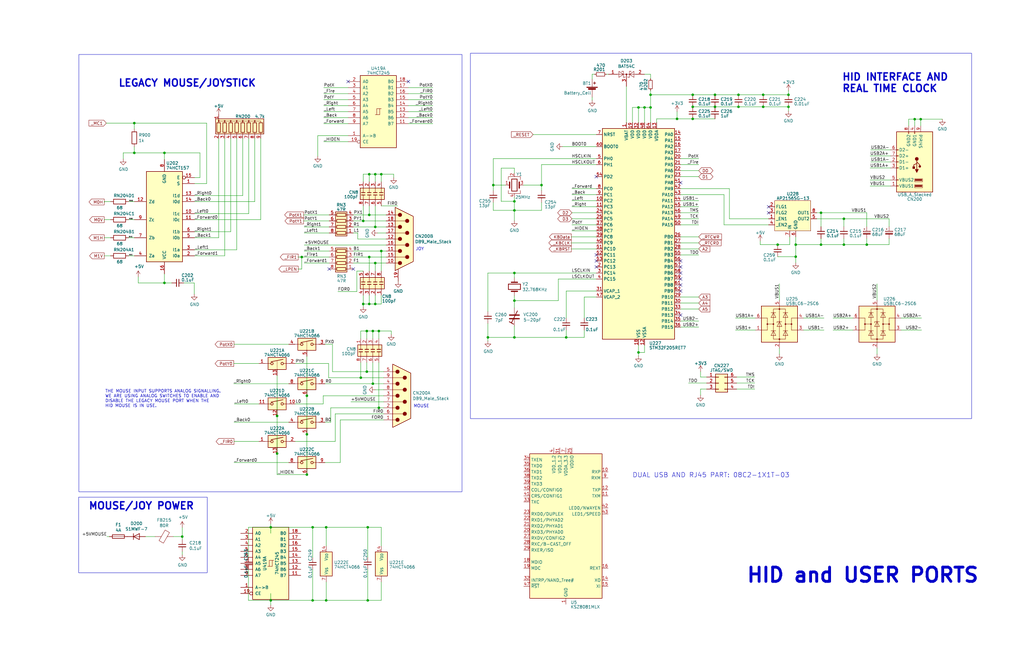
<source format=kicad_sch>
(kicad_sch (version 20230121) (generator eeschema)
  (paper "B")
  (title_block (title "AMIGA PCI") (date "2023-05-28") (rev "1"))
  (junction (at 127.254 108.458))
  (junction (at 292.1 50.165))
  (junction (at 157.226 139.7))
  (junction (at 153.162 93.218))
  (junction (at 114.173 253.365))
  (junction (at 269.24 148.717))
  (junction (at 346.202 89.789))
  (junction (at 216.916 142.367))
  (junction (at 137.541 253.365))
  (junction (at 216.916 88.773))
  (junction (at 158.242 73.533))
  (junction (at 56.642 64.516))
  (junction (at 152.146 159.385))
  (junction (at 208.026 78.105))
  (junction (at 355.854 103.251))
  (junction (at 160.782 105.918))
  (junction (at 69.342 119.38))
  (junction (at 311.404 40.005))
  (junction (at 69.342 64.516))
  (junction (at 155.702 90.678))
  (junction (at 154.686 156.845))
  (junction (at 365.506 103.251))
  (junction (at 155.702 73.533))
  (junction (at 155.702 128.27))
  (junction (at 332.486 40.005))
  (junction (at 154.686 139.7))
  (junction (at 160.782 73.533))
  (junction (at 292.1 45.085))
  (junction (at 56.642 51.943))
  (junction (at 216.916 126.873))
  (junction (at 137.541 222.504))
  (junction (at 285.496 50.165))
  (junction (at 321.818 45.085))
  (junction (at 157.226 161.925))
  (junction (at 129.413 167.005))
  (junction (at 76.835 226.441))
  (junction (at 114.173 222.504))
  (junction (at 385.699 50.292))
  (junction (at 131.826 253.365))
  (junction (at 274.32 40.005))
  (junction (at 311.404 45.085))
  (junction (at 129.413 200.279))
  (junction (at 388.239 50.292))
  (junction (at 238.76 142.367))
  (junction (at 335.534 108.331))
  (junction (at 274.32 45.339))
  (junction (at 159.766 172.085))
  (junction (at 159.766 139.7))
  (junction (at 129.413 183.261))
  (junction (at 155.067 222.504))
  (junction (at 131.826 222.504))
  (junction (at 271.78 45.339))
  (junction (at 116.84 191.389))
  (junction (at 327.914 103.251))
  (junction (at 292.1 40.005))
  (junction (at 301.498 45.085))
  (junction (at 228.346 78.105))
  (junction (at 155.067 253.365))
  (junction (at 332.486 45.085))
  (junction (at 216.916 84.963))
  (junction (at 335.534 103.251))
  (junction (at 269.24 45.339))
  (junction (at 301.498 40.005))
  (junction (at 158.242 110.998))
  (junction (at 205.74 142.367))
  (junction (at 158.242 95.758))
  (junction (at 155.702 108.458))
  (junction (at 116.84 175.514))
  (junction (at 158.242 128.27))
  (junction (at 153.162 128.27))
  (junction (at 321.818 40.005))
  (junction (at 346.202 103.251))
  (junction (at 216.916 115.189))
  (junction (at 355.854 92.329))
  (no_connect (at 251.46 112.649))
  (no_connect (at 138.811 113.538))
  (no_connect (at 251.46 107.569))
  (no_connect (at 148.971 113.538))
  (no_connect (at 324.104 87.249))
  (no_connect (at 251.46 74.549))
  (no_connect (at 287.02 112.649))
  (no_connect (at 287.02 77.089))
  (no_connect (at 146.812 34.417))
  (no_connect (at 287.02 115.189))
  (no_connect (at 172.212 34.417))
  (no_connect (at 324.104 89.789))
  (no_connect (at 287.02 110.109))
  (no_connect (at 287.02 117.729))
  (no_connect (at 287.02 132.969))
  (no_connect (at 251.46 110.109))
  (no_connect (at 287.02 120.269))
  (no_connect (at 287.02 122.809))
  (wire (pts (xy 205.74 142.367) (xy 216.916 142.367)))
  (wire (pts (xy 251.46 122.809) (xy 238.76 122.809)))
  (wire (pts (xy 220.726 78.105) (xy 228.346 78.105)))
  (wire (pts (xy 98.552 153.416) (xy 109.22 153.416)))
  (wire (pts (xy 241.173 84.709) (xy 251.46 84.709)))
  (wire (pts (xy 355.854 100.711) (xy 355.854 103.251)))
  (wire (pts (xy 238.76 139.319) (xy 238.76 142.367)))
  (wire (pts (xy 131.826 222.504) (xy 114.173 222.504)))
  (wire (pts (xy 94.742 58.42) (xy 94.742 107.95)))
  (wire (pts (xy 116.84 200.279) (xy 129.413 200.279)))
  (wire (pts (xy 154.686 139.7) (xy 157.226 139.7)))
  (wire (pts (xy 155.702 86.868) (xy 155.702 90.678)))
  (wire (pts (xy 98.679 195.199) (xy 121.793 195.199)))
  (wire (pts (xy 138.557 153.416) (xy 138.557 159.385)))
  (wire (pts (xy 208.026 66.929) (xy 251.46 66.929)))
  (wire (pts (xy 338.836 134.239) (xy 347.472 134.239)))
  (wire (pts (xy 182.499 39.497) (xy 172.212 39.497)))
  (wire (pts (xy 76.835 226.441) (xy 76.835 227.711)))
  (wire (pts (xy 287.02 105.029) (xy 294.64 105.029)))
  (wire (pts (xy 136.271 167.005) (xy 161.798 167.005)))
  (wire (pts (xy 375.539 70.866) (xy 366.903 70.866)))
  (wire (pts (xy 160.782 230.378) (xy 160.782 222.504)))
  (wire (pts (xy 140.208 156.845) (xy 140.208 145.288)))
  (wire (pts (xy 355.854 92.329) (xy 355.854 95.631)))
  (wire (pts (xy 114.173 250.444) (xy 114.173 253.365)))
  (wire (pts (xy 159.258 98.298) (xy 162.814 98.298)))
  (wire (pts (xy 351.282 139.319) (xy 359.664 139.319)))
  (wire (pts (xy 310.642 161.671) (xy 318.262 161.671)))
  (wire (pts (xy 153.162 128.27) (xy 155.702 128.27)))
  (wire (pts (xy 276.86 50.165) (xy 285.496 50.165)))
  (wire (pts (xy 158.242 164.465) (xy 161.798 164.465)))
  (wire (pts (xy 116.84 175.514) (xy 116.84 191.389)))
  (wire (pts (xy 152.146 139.7) (xy 154.686 139.7)))
  (wire (pts (xy 249.682 42.291) (xy 249.682 41.021)))
  (wire (pts (xy 374.904 100.711) (xy 374.904 103.251)))
  (wire (pts (xy 297.942 159.131) (xy 295.402 159.131)))
  (wire (pts (xy 205.74 142.367) (xy 205.74 143.891)))
  (wire (pts (xy 139.446 178.181) (xy 139.446 172.085)))
  (wire (pts (xy 158.242 73.533) (xy 158.242 76.708)))
  (wire (pts (xy 158.242 95.758) (xy 162.814 95.758)))
  (wire (pts (xy 114.173 222.504) (xy 114.173 225.044)))
  (wire (pts (xy 43.942 92.71) (xy 46.609 92.71)))
  (wire (pts (xy 128.016 90.678) (xy 138.811 90.678)))
  (wire (pts (xy 297.942 164.211) (xy 295.402 164.211)))
  (wire (pts (xy 97.282 97.79) (xy 97.282 58.42)))
  (wire (pts (xy 148.971 93.218) (xy 153.162 93.218)))
  (wire (pts (xy 155.702 124.587) (xy 155.702 128.27)))
  (wire (pts (xy 138.557 159.385) (xy 152.146 159.385)))
  (wire (pts (xy 82.042 107.95) (xy 94.742 107.95)))
  (wire (pts (xy 301.498 50.165) (xy 292.1 50.165)))
  (wire (pts (xy 237.236 61.849) (xy 251.46 61.849)))
  (wire (pts (xy 157.226 139.7) (xy 159.766 139.7)))
  (wire (pts (xy 321.818 40.005) (xy 332.486 40.005)))
  (wire (pts (xy 136.525 42.037) (xy 146.812 42.037)))
  (wire (pts (xy 208.026 88.773) (xy 216.916 88.773)))
  (wire (pts (xy 139.446 172.085) (xy 159.766 172.085)))
  (wire (pts (xy 150.876 98.298) (xy 150.876 100.838)))
  (wire (pts (xy 143.51 195.199) (xy 143.51 177.165)))
  (wire (pts (xy 153.162 93.218) (xy 162.814 93.218)))
  (wire (pts (xy 367.157 68.326) (xy 375.539 68.326)))
  (wire (pts (xy 137.541 222.504) (xy 137.541 230.378)))
  (wire (pts (xy 154.686 139.7) (xy 154.686 142.875)))
  (wire (pts (xy 388.239 50.292) (xy 397.383 50.292)))
  (wire (pts (xy 133.985 57.277) (xy 133.985 65.913)))
  (wire (pts (xy 216.916 142.367) (xy 238.76 142.367)))
  (wire (pts (xy 240.919 99.949) (xy 251.46 99.949)))
  (wire (pts (xy 182.499 52.197) (xy 172.212 52.197)))
  (wire (pts (xy 128.27 95.758) (xy 138.811 95.758)))
  (wire (pts (xy 385.699 50.292) (xy 383.159 50.292)))
  (wire (pts (xy 51.943 64.516) (xy 51.943 67.056)))
  (wire (pts (xy 73.025 226.441) (xy 76.835 226.441)))
  (wire (pts (xy 346.202 89.789) (xy 365.506 89.789)))
  (wire (pts (xy 310.642 159.131) (xy 318.262 159.131)))
  (wire (pts (xy 365.506 103.251) (xy 374.904 103.251)))
  (wire (pts (xy 136.525 44.577) (xy 146.812 44.577)))
  (wire (pts (xy 379.984 139.319) (xy 388.62 139.319)))
  (wire (pts (xy 205.74 115.189) (xy 216.916 115.189)))
  (wire (pts (xy 238.76 142.367) (xy 246.38 142.367)))
  (wire (pts (xy 287.02 102.489) (xy 294.64 102.489)))
  (wire (pts (xy 335.534 103.251) (xy 346.202 103.251)))
  (wire (pts (xy 143.51 177.165) (xy 161.798 177.165)))
  (wire (pts (xy 228.346 69.469) (xy 251.46 69.469)))
  (wire (pts (xy 102.362 58.42) (xy 102.362 82.55)))
  (wire (pts (xy 136.525 47.117) (xy 146.812 47.117)))
  (wire (pts (xy 208.026 85.471) (xy 208.026 88.773)))
  (wire (pts (xy 137.033 195.199) (xy 143.51 195.199)))
  (wire (pts (xy 366.903 78.486) (xy 375.539 78.486)))
  (wire (pts (xy 285.496 47.117) (xy 285.496 50.165)))
  (wire (pts (xy 287.02 72.009) (xy 294.64 72.009)))
  (wire (pts (xy 160.782 222.504) (xy 155.067 222.504)))
  (wire (pts (xy 116.84 158.496) (xy 116.84 175.514)))
  (wire (pts (xy 287.02 84.709) (xy 294.64 84.709)))
  (wire (pts (xy 216.916 117.221) (xy 216.916 115.189)))
  (wire (pts (xy 216.916 126.873) (xy 235.458 126.873)))
  (wire (pts (xy 216.916 84.963) (xy 216.916 88.773)))
  (wire (pts (xy 159.766 153.035) (xy 159.766 172.085)))
  (wire (pts (xy 165.989 73.533) (xy 165.989 74.93)))
  (wire (pts (xy 128.27 110.998) (xy 138.811 110.998)))
  (wire (pts (xy 269.24 45.339) (xy 271.78 45.339)))
  (wire (pts (xy 148.971 105.918) (xy 160.782 105.918)))
  (wire (pts (xy 43.942 107.95) (xy 46.609 107.95)))
  (wire (pts (xy 224.79 56.769) (xy 251.46 56.769)))
  (wire (pts (xy 155.067 240.284) (xy 155.067 253.365)))
  (wire (pts (xy 82.042 97.79) (xy 97.282 97.79)))
  (wire (pts (xy 287.02 107.569) (xy 294.64 107.569)))
  (wire (pts (xy 287.02 82.169) (xy 305.308 82.169)))
  (wire (pts (xy 92.202 58.42) (xy 92.202 100.33)))
  (wire (pts (xy 216.916 126.873) (xy 216.916 129.921)))
  (wire (pts (xy 81.915 119.38) (xy 77.47 119.38)))
  (wire (pts (xy 82.042 77.47) (xy 87.122 77.47)))
  (wire (pts (xy 131.826 253.365) (xy 137.541 253.365)))
  (wire (pts (xy 153.162 129.413) (xy 153.162 128.27)))
  (wire (pts (xy 82.042 92.71) (xy 109.982 92.71)))
  (wire (pts (xy 311.404 45.085) (xy 321.818 45.085)))
  (wire (pts (xy 129.413 150.368) (xy 129.413 167.005)))
  (wire (pts (xy 271.78 45.339) (xy 271.78 51.689)))
  (wire (pts (xy 124.46 186.309) (xy 141.351 186.309)))
  (wire (pts (xy 131.826 222.504) (xy 131.826 235.331)))
  (wire (pts (xy 365.506 89.789) (xy 365.506 95.631)))
  (wire (pts (xy 155.067 253.365) (xy 160.782 253.365)))
  (wire (pts (xy 241.173 94.869) (xy 251.46 94.869)))
  (wire (pts (xy 287.02 125.349) (xy 294.64 125.349)))
  (wire (pts (xy 301.498 40.005) (xy 311.404 40.005)))
  (wire (pts (xy 208.026 78.105) (xy 208.026 80.391)))
  (wire (pts (xy 216.916 84.963) (xy 216.916 83.185)))
  (wire (pts (xy 351.282 134.239) (xy 359.664 134.239)))
  (wire (pts (xy 365.506 100.711) (xy 365.506 103.251)))
  (wire (pts (xy 148.971 110.998) (xy 158.242 110.998)))
  (wire (pts (xy 98.679 145.288) (xy 121.793 145.288)))
  (wire (pts (xy 141.351 174.625) (xy 161.798 174.625)))
  (wire (pts (xy 160.782 128.27) (xy 158.242 128.27)))
  (wire (pts (xy 44.069 85.09) (xy 44.069 85.217)))
  (wire (pts (xy 150.876 100.838) (xy 162.814 100.838)))
  (wire (pts (xy 305.308 94.869) (xy 324.104 94.869)))
  (wire (pts (xy 287.02 130.429) (xy 294.64 130.429)))
  (wire (pts (xy 310.134 139.319) (xy 318.516 139.319)))
  (wire (pts (xy 385.699 50.292) (xy 385.699 53.086)))
  (wire (pts (xy 104.902 58.42) (xy 104.902 90.17)))
  (wire (pts (xy 69.342 67.31) (xy 69.342 64.516)))
  (wire (pts (xy 158.242 73.533) (xy 160.782 73.533)))
  (wire (pts (xy 332.486 38.227) (xy 332.486 40.005)))
  (wire (pts (xy 158.242 86.868) (xy 158.242 95.758)))
  (wire (pts (xy 104.775 222.504) (xy 114.173 222.504)))
  (wire (pts (xy 137.033 161.925) (xy 157.226 161.925)))
  (wire (pts (xy 82.042 85.09) (xy 107.442 85.09)))
  (wire (pts (xy 338.836 139.319) (xy 347.472 139.319)))
  (wire (pts (xy 43.942 100.33) (xy 46.609 100.33)))
  (wire (pts (xy 241.173 82.169) (xy 251.46 82.169)))
  (wire (pts (xy 155.067 222.504) (xy 137.541 222.504)))
  (wire (pts (xy 374.904 92.329) (xy 374.904 95.631)))
  (wire (pts (xy 383.159 53.086) (xy 383.159 50.292)))
  (wire (pts (xy 216.916 115.189) (xy 251.46 115.189)))
  (wire (pts (xy 208.026 78.105) (xy 213.106 78.105)))
  (wire (pts (xy 56.642 64.516) (xy 51.943 64.516)))
  (wire (pts (xy 355.854 92.329) (xy 374.904 92.329)))
  (wire (pts (xy 287.02 138.049) (xy 294.64 138.049)))
  (wire (pts (xy 152.146 159.385) (xy 161.798 159.385)))
  (wire (pts (xy 114.173 255.27) (xy 114.173 253.365)))
  (wire (pts (xy 287.02 66.929) (xy 294.64 66.929)))
  (wire (pts (xy 335.534 108.331) (xy 335.534 103.251)))
  (wire (pts (xy 137.541 222.504) (xy 131.826 222.504)))
  (wire (pts (xy 367.157 63.246) (xy 375.539 63.246)))
  (wire (pts (xy 287.02 127.889) (xy 294.64 127.889)))
  (wire (pts (xy 157.226 139.7) (xy 157.226 142.875)))
  (wire (pts (xy 140.208 145.288) (xy 137.033 145.288)))
  (wire (pts (xy 328.676 149.479) (xy 328.676 146.939)))
  (wire (pts (xy 157.226 161.925) (xy 161.798 161.925)))
  (wire (pts (xy 255.778 31.369) (xy 256.54 31.369)))
  (wire (pts (xy 150.495 114.427) (xy 150.495 123.063)))
  (wire (pts (xy 228.346 85.471) (xy 228.346 88.773)))
  (wire (pts (xy 158.242 110.998) (xy 162.814 110.998)))
  (wire (pts (xy 287.02 87.249) (xy 294.64 87.249)))
  (wire (pts (xy 310.134 134.239) (xy 318.516 134.239)))
  (wire (pts (xy 274.32 31.369) (xy 271.78 31.369)))
  (wire (pts (xy 216.916 88.773) (xy 216.916 93.091)))
  (wire (pts (xy 366.903 75.946) (xy 375.539 75.946)))
  (wire (pts (xy 131.826 240.411) (xy 131.826 253.365)))
  (wire (pts (xy 375.539 65.786) (xy 366.903 65.786)))
  (wire (pts (xy 137.541 245.618) (xy 137.541 253.365)))
  (wire (pts (xy 82.042 100.33) (xy 92.202 100.33)))
  (wire (pts (xy 249.682 31.369) (xy 249.682 33.401)))
  (wire (pts (xy 246.38 125.349) (xy 251.46 125.349)))
  (wire (pts (xy 269.24 45.339) (xy 269.24 51.689)))
  (wire (pts (xy 148.971 90.678) (xy 155.702 90.678)))
  (wire (pts (xy 271.78 148.717) (xy 271.78 145.669)))
  (wire (pts (xy 152.146 142.875) (xy 152.146 139.7)))
  (wire (pts (xy 98.552 161.925) (xy 121.793 161.925)))
  (wire (pts (xy 241.173 97.409) (xy 251.46 97.409)))
  (wire (pts (xy 44.069 85.09) (xy 46.609 85.09)))
  (wire (pts (xy 104.775 235.204) (xy 104.775 222.504)))
  (wire (pts (xy 301.498 45.085) (xy 311.404 45.085)))
  (wire (pts (xy 320.548 101.727) (xy 320.548 103.251)))
  (wire (pts (xy 160.782 253.365) (xy 160.782 245.618)))
  (wire (pts (xy 246.38 139.319) (xy 246.38 142.367)))
  (wire (pts (xy 158.242 110.998) (xy 158.242 114.427)))
  (wire (pts (xy 128.27 105.918) (xy 138.811 105.918)))
  (wire (pts (xy 335.534 99.949) (xy 335.534 103.251)))
  (wire (pts (xy 287.02 89.789) (xy 294.64 89.789)))
  (wire (pts (xy 155.067 222.504) (xy 155.067 235.204)))
  (wire (pts (xy 295.402 164.211) (xy 295.402 166.751)))
  (wire (pts (xy 146.812 57.277) (xy 133.985 57.277)))
  (wire (pts (xy 216.916 124.841) (xy 216.916 126.873)))
  (wire (pts (xy 216.916 137.541) (xy 216.916 142.367)))
  (wire (pts (xy 98.679 186.309) (xy 109.22 186.309)))
  (wire (pts (xy 307.594 79.629) (xy 307.594 92.329)))
  (wire (pts (xy 159.766 172.085) (xy 161.798 172.085)))
  (wire (pts (xy 136.525 39.497) (xy 146.812 39.497)))
  (wire (pts (xy 104.775 240.284) (xy 104.775 253.365)))
  (wire (pts (xy 155.702 73.533) (xy 158.242 73.533)))
  (wire (pts (xy 271.78 45.339) (xy 274.32 45.339)))
  (wire (pts (xy 346.202 100.711) (xy 346.202 103.251)))
  (wire (pts (xy 128.27 103.378) (xy 162.814 103.378)))
  (wire (pts (xy 159.766 139.7) (xy 159.766 142.875)))
  (wire (pts (xy 287.02 135.509) (xy 294.64 135.509)))
  (wire (pts (xy 107.442 85.09) (xy 107.442 58.42)))
  (wire (pts (xy 355.854 103.251) (xy 365.506 103.251)))
  (wire (pts (xy 155.702 73.533) (xy 155.702 76.708)))
  (wire (pts (xy 98.806 170.434) (xy 109.22 170.434)))
  (wire (pts (xy 54.229 92.71) (xy 56.642 92.71)))
  (wire (pts (xy 129.413 167.005) (xy 129.413 183.261)))
  (wire (pts (xy 159.766 139.7) (xy 164.973 139.7)))
  (wire (pts (xy 266.7 51.689) (xy 266.7 45.339)))
  (wire (pts (xy 182.499 42.037) (xy 172.212 42.037)))
  (wire (pts (xy 182.499 49.657) (xy 172.212 49.657)))
  (wire (pts (xy 127.254 108.458) (xy 127.254 113.538)))
  (wire (pts (xy 369.824 119.761) (xy 369.824 126.619)))
  (wire (pts (xy 235.458 126.873) (xy 235.458 117.729)))
  (wire (pts (xy 54.229 85.09) (xy 56.642 85.09)))
  (wire (pts (xy 104.775 253.365) (xy 114.173 253.365)))
  (wire (pts (xy 388.239 50.292) (xy 385.699 50.292)))
  (wire (pts (xy 46.101 226.441) (xy 45.085 226.441)))
  (wire (pts (xy 114.173 253.365) (xy 131.826 253.365)))
  (wire (pts (xy 136.525 59.817) (xy 146.812 59.817)))
  (wire (pts (xy 335.534 108.331) (xy 327.914 108.331)))
  (wire (pts (xy 320.548 103.251) (xy 327.914 103.251)))
  (wire (pts (xy 287.02 69.469) (xy 294.64 69.469)))
  (wire (pts (xy 269.24 150.241) (xy 269.24 148.717)))
  (wire (pts (xy 216.916 73.025) (xy 216.916 70.993)))
  (wire (pts (xy 241.173 87.249) (xy 251.46 87.249)))
  (wire (pts (xy 69.342 119.38) (xy 69.342 115.57)))
  (wire (pts (xy 216.916 70.993) (xy 211.328 70.993)))
  (wire (pts (xy 148.971 95.758) (xy 158.242 95.758)))
  (wire (pts (xy 321.818 45.085) (xy 332.486 45.085)))
  (wire (pts (xy 153.162 124.587) (xy 153.162 128.27)))
  (wire (pts (xy 124.46 170.434) (xy 136.271 170.434)))
  (wire (pts (xy 287.02 79.629) (xy 307.594 79.629)))
  (wire (pts (xy 129.413 183.261) (xy 129.413 200.279)))
  (wire (pts (xy 152.146 153.035) (xy 152.146 159.385)))
  (wire (pts (xy 155.702 128.27) (xy 158.242 128.27)))
  (wire (pts (xy 346.202 89.789) (xy 346.202 95.631)))
  (wire (pts (xy 211.328 70.993) (xy 211.328 84.963)))
  (wire (pts (xy 69.342 64.516) (xy 84.328 64.516)))
  (wire (pts (xy 241.173 79.629) (xy 251.46 79.629)))
  (wire (pts (xy 147.955 169.545) (xy 161.798 169.545)))
  (wire (pts (xy 182.499 44.577) (xy 172.212 44.577)))
  (wire (pts (xy 158.242 128.27) (xy 158.242 124.587)))
  (wire (pts (xy 124.46 153.416) (xy 138.557 153.416)))
  (wire (pts (xy 344.424 92.329) (xy 355.854 92.329)))
  (wire (pts (xy 99.822 58.42) (xy 99.822 105.41)))
  (wire (pts (xy 54.229 107.95) (xy 56.642 107.95)))
  (wire (pts (xy 182.499 36.957) (xy 172.212 36.957)))
  (wire (pts (xy 287.02 94.869) (xy 294.64 94.869)))
  (wire (pts (xy 160.782 105.918) (xy 160.782 114.427)))
  (wire (pts (xy 240.919 102.489) (xy 251.46 102.489)))
  (wire (pts (xy 136.525 49.657) (xy 146.812 49.657)))
  (wire (pts (xy 269.24 145.669) (xy 269.24 148.717)))
  (wire (pts (xy 160.782 124.587) (xy 160.782 128.27)))
  (wire (pts (xy 276.86 51.689) (xy 276.86 50.165)))
  (wire (pts (xy 205.74 131.445) (xy 205.74 115.189)))
  (wire (pts (xy 208.026 66.929) (xy 208.026 78.105)))
  (wire (pts (xy 211.328 84.963) (xy 216.916 84.963)))
  (wire (pts (xy 44.831 51.943) (xy 56.642 51.943)))
  (wire (pts (xy 327.914 103.251) (xy 332.994 103.251)))
  (wire (pts (xy 266.7 45.339) (xy 269.24 45.339)))
  (wire (pts (xy 82.042 90.17) (xy 104.902 90.17)))
  (wire (pts (xy 346.202 103.251) (xy 355.854 103.251)))
  (wire (pts (xy 153.162 73.533) (xy 155.702 73.533)))
  (wire (pts (xy 292.1 50.165) (xy 285.496 50.165)))
  (wire (pts (xy 274.32 40.005) (xy 292.1 40.005)))
  (wire (pts (xy 153.162 76.708) (xy 153.162 73.533)))
  (wire (pts (xy 84.328 74.93) (xy 84.328 64.516)))
  (wire (pts (xy 153.162 114.427) (xy 150.495 114.427)))
  (wire (pts (xy 157.226 153.035) (xy 157.226 161.925)))
  (wire (pts (xy 148.971 108.458) (xy 155.702 108.458)))
  (wire (pts (xy 72.39 119.38) (xy 69.342 119.38)))
  (wire (pts (xy 328.676 119.761) (xy 328.676 126.619)))
  (wire (pts (xy 125.73 108.458) (xy 127.254 108.458)))
  (wire (pts (xy 160.782 73.533) (xy 165.989 73.533)))
  (wire (pts (xy 142.494 123.063) (xy 150.495 123.063)))
  (wire (pts (xy 87.122 51.943) (xy 56.642 51.943)))
  (wire (pts (xy 137.541 253.365) (xy 155.067 253.365)))
  (wire (pts (xy 128.016 93.218) (xy 138.811 93.218)))
  (wire (pts (xy 148.971 98.298) (xy 150.876 98.298)))
  (wire (pts (xy 292.1 45.085) (xy 301.498 45.085)))
  (wire (pts (xy 287.02 92.329) (xy 294.64 92.329)))
  (wire (pts (xy 98.679 178.181) (xy 121.793 178.181)))
  (wire (pts (xy 155.702 108.458) (xy 155.702 114.427)))
  (wire (pts (xy 228.346 78.105) (xy 228.346 69.469)))
  (wire (pts (xy 87.122 77.47) (xy 87.122 51.943)))
  (wire (pts (xy 140.208 156.845) (xy 154.686 156.845)))
  (wire (pts (xy 154.686 156.845) (xy 161.798 156.845)))
  (wire (pts (xy 246.38 134.239) (xy 246.38 125.349)))
  (wire (pts (xy 136.525 52.197) (xy 146.812 52.197)))
  (wire (pts (xy 264.16 36.449) (xy 264.16 51.689)))
  (wire (pts (xy 137.033 178.181) (xy 139.446 178.181)))
  (wire (pts (xy 311.404 40.005) (xy 321.818 40.005)))
  (wire (pts (xy 136.525 36.957) (xy 146.812 36.957)))
  (wire (pts (xy 379.984 134.239) (xy 388.62 134.239)))
  (wire (pts (xy 274.32 40.005) (xy 274.32 45.339)))
  (wire (pts (xy 154.686 153.035) (xy 154.686 156.845)))
  (wire (pts (xy 155.702 90.678) (xy 162.814 90.678)))
  (wire (pts (xy 82.042 105.41) (xy 99.822 105.41)))
  (wire (pts (xy 295.402 156.845) (xy 295.402 159.131)))
  (wire (pts (xy 109.982 92.71) (xy 109.982 58.42)))
  (wire (pts (xy 141.351 186.309) (xy 141.351 174.625)))
  (wire (pts (xy 43.942 85.217) (xy 44.069 85.217)))
  (wire (pts (xy 332.486 46.863) (xy 332.486 45.085)))
  (wire (pts (xy 205.74 136.525) (xy 205.74 142.367)))
  (wire (pts (xy 160.782 105.918) (xy 162.814 105.918)))
  (wire (pts (xy 164.973 139.7) (xy 164.973 141.097)))
  (wire (pts (xy 287.02 74.549) (xy 294.64 74.549)))
  (wire (pts (xy 56.642 61.976) (xy 56.642 64.516)))
  (wire (pts (xy 56.642 54.356) (xy 56.642 51.943)))
  (wire (pts (xy 84.328 74.93) (xy 82.042 74.93)))
  (wire (pts (xy 269.24 148.717) (xy 271.78 148.717)))
  (wire (pts (xy 274.32 38.227) (xy 274.32 40.005)))
  (wire (pts (xy 241.173 92.329) (xy 251.46 92.329)))
  (wire (pts (xy 332.994 99.949) (xy 332.994 103.251)))
  (wire (pts (xy 160.782 73.533) (xy 160.782 76.708)))
  (wire (pts (xy 127.254 108.458) (xy 138.811 108.458)))
  (wire (pts (xy 235.458 117.729) (xy 251.46 117.729)))
  (wire (pts (xy 274.32 33.147) (xy 274.32 31.369)))
  (wire (pts (xy 160.782 86.868) (xy 167.64 86.868)))
  (wire (pts (xy 61.341 226.441) (xy 65.405 226.441)))
  (wire (pts (xy 307.594 92.329) (xy 324.104 92.329)))
  (wire (pts (xy 388.239 50.292) (xy 388.239 53.086)))
  (wire (pts (xy 76.835 232.791) (xy 76.835 234.061)))
  (wire (pts (xy 155.702 108.458) (xy 162.814 108.458)))
  (wire (pts (xy 369.824 149.479) (xy 369.824 146.939)))
  (wire (pts (xy 335.534 110.871) (xy 335.534 108.331)))
  (wire (pts (xy 128.27 98.298) (xy 138.811 98.298)))
  (wire (pts (xy 58.293 116.84) (xy 58.293 119.38)))
  (wire (pts (xy 240.919 105.029) (xy 251.46 105.029)))
  (wire (pts (xy 76.835 226.441) (xy 76.835 222.631)))
  (wire (pts (xy 287.02 99.949) (xy 294.64 99.949)))
  (wire (pts (xy 58.293 119.38) (xy 69.342 119.38)))
  (wire (pts (xy 250.698 31.369) (xy 249.682 31.369)))
  (wire (pts (xy 81.915 124.079) (xy 81.915 119.38)))
  (wire (pts (xy 344.424 89.789) (xy 346.202 89.789)))
  (wire (pts (xy 114.173 221.107) (xy 114.173 222.504)))
  (wire (pts (xy 54.229 100.33) (xy 56.642 100.33)))
  (wire (pts (xy 305.308 82.169) (xy 305.308 94.869)))
  (wire (pts (xy 292.1 40.005) (xy 301.498 40.005)))
  (wire (pts (xy 297.942 161.671) (xy 290.322 161.671)))
  (wire (pts (xy 182.499 47.117) (xy 172.212 47.117)))
  (wire (pts (xy 167.894 118.745) (xy 167.894 118.618)))
  (wire (pts (xy 241.173 89.789) (xy 251.46 89.789)))
  (wire (pts (xy 310.642 164.211) (xy 318.262 164.211)))
  (wire (pts (xy 238.76 122.809) (xy 238.76 134.239)))
  (wire (pts (xy 116.84 191.389) (xy 116.84 200.279)))
  (wire (pts (xy 56.642 64.516) (xy 69.342 64.516)))
  (wire (pts (xy 127.254 113.538) (xy 125.73 113.538)))
  (wire (pts (xy 274.32 45.339) (xy 274.32 51.689)))
  (wire (pts (xy 228.346 78.105) (xy 228.346 80.391)))
  (wire (pts (xy 136.271 170.434) (xy 136.271 167.005)))
  (wire (pts (xy 153.162 86.868) (xy 153.162 93.218)))
  (wire (pts (xy 82.042 82.55) (xy 102.362 82.55)))
  (wire (pts (xy 228.346 88.773) (xy 216.916 88.773)))
  (rectangle (start 33.274 22.987) (end 194.818 207.518))
  (rectangle (start 198.374 22.479) (end 409.702 176.657))
  (rectangle (start 33.147 209.804) (end 87.376 241.681))
  (text "THE MOUSE INPUT SUPPORTS ANALOG SIGNALLING.\nWE ARE USING ANALOG SWITCHES TO ENABLE AND\nDISABLE THE LEGACY MOUSE PORT WHEN THE\nHID MOUSE IS IN USE." (at 44.323 172.085 0) (effects (font (size 1.27 1.27)) (justify left bottom)))
  (text "HID and USER PORTS" (at 314.452 246.38 0) (effects (font (size 6 6) (thickness 1.2) bold) (justify left bottom)))
  (text "LEGACY MOUSE/JOYSTICK" (at 49.784 36.957 0) (effects (font (size 3 3) (thickness 0.6) bold) (justify left bottom)))
  (text "MOUSE/JOY POWER" (at 37.211 215.392 0) (effects (font (size 3 3) (thickness 0.6) bold) (justify left bottom)))
  (text "DUAL USB AND RJ45 PART: 08C2-1X1T-03" (at 266.7 201.803 0) (effects (font (size 2 2)) (justify left bottom)))
  (text "HID INTERFACE AND\nREAL TIME CLOCK" (at 354.965 39.243 0) (effects (font (size 3 3) (thickness 0.6) bold) (justify left bottom)))
  (text "MOUSE" (at 174.371 172.212 0) (effects (font (size 1.27 1.27)) (justify left bottom)))
  (text "JOY" (at 175.26 105.918 0) (effects (font (size 1.27 1.27)) (justify left bottom)))
  (label "USB1A-" (at 367.157 68.326 0))
  (label "L0" (at 124.587 170.434 0))
  (label "USB2-" (at 294.64 135.509 180))
  (label "LSCLKIN" (at 241.046 115.189 0))
  (label "PotX1" (at 128.27 90.678 0))
  (label "PY1" (at 148.971 93.218 0))
  (label "USB1+" (at 294.64 87.249 180))
  (label "TMS" (at 294.64 89.789 180))
  (label "PX0" (at 137.033 145.288 0))
  (label "PotY" (at 136.525 42.037 0))
  (label "USB1A+" (at 366.903 70.866 0))
  (label "USB1A-" (at 347.472 134.239 180))
  (label "_HIDEN" (at 136.525 59.817 0))
  (label "PotX" (at 136.525 36.957 0))
  (label "_Forward0" (at 182.499 52.197 180))
  (label "HSCLKOUT" (at 241.046 69.469 0))
  (label "TDI" (at 294.64 94.869 180))
  (label "TMS" (at 318.262 159.131 180))
  (label "MV1" (at 54.356 107.95 0) (effects (font (size 0.5 0.5))))
  (label "PotX0" (at 182.499 36.957 180))
  (label "MH1" (at 54.229 100.33 0) (effects (font (size 0.5 0.5))))
  (label "USB2+" (at 351.282 139.319 0))
  (label "USB2A+" (at 366.903 65.786 0))
  (label "USB2A+" (at 351.282 134.239 0))
  (label "USB1+" (at 310.134 139.319 0))
  (label "TDO" (at 290.322 161.671 0))
  (label "_Left0" (at 82.042 90.17 0))
  (label "F1" (at 148.971 110.998 0))
  (label "_Right0" (at 98.552 161.925 0))
  (label "_Back1" (at 82.169 100.33 0))
  (label "VBUS2" (at 369.824 119.761 270))
  (label "_Back0" (at 98.679 178.181 0))
  (label "_Back1" (at 128.27 105.918 0))
  (label "TDI" (at 318.262 164.211 180))
  (label "FIR0" (at 167.64 86.868 180))
  (label "USB2A-" (at 388.62 134.239 180))
  (label "MH0" (at 54.356 85.09 0) (effects (font (size 0.5 0.5))))
  (label "_Back0" (at 82.042 85.09 0))
  (label "_Right" (at 241.173 87.249 0))
  (label "_Left1" (at 128.27 98.298 0))
  (label "PotY1" (at 128.27 93.218 0))
  (label "_Back0" (at 182.499 49.657 180))
  (label "TCK" (at 294.64 92.329 180))
  (label "_Right0" (at 182.499 44.577 180))
  (label "+5VMOUSE" (at 147.955 169.545 0))
  (label "FOR0" (at 161.671 177.165 180))
  (label "+5VMOUSE" (at 128.27 103.378 0))
  (label "_Left" (at 136.525 47.117 0))
  (label "PotY0" (at 182.499 42.037 180))
  (label "R1" (at 148.971 95.758 0))
  (label "R0" (at 137.16 161.925 0))
  (label "MV0" (at 54.356 92.71 0) (effects (font (size 0.5 0.5))))
  (label "_Fire" (at 294.64 69.469 180))
  (label "USB2-" (at 388.62 139.319 180))
  (label "USB1-" (at 347.472 139.319 180))
  (label "_Right1" (at 128.27 95.758 0))
  (label "PotY" (at 241.173 94.869 0))
  (label "_Forward" (at 241.173 79.629 0))
  (label "_Forward1" (at 82.169 107.95 0))
  (label "USB1-" (at 294.64 84.709 180))
  (label "PY0" (at 124.587 153.416 0))
  (label "_Right0" (at 82.042 82.55 0))
  (label "TCK" (at 318.262 161.671 180))
  (label "_Left" (at 241.173 84.709 0))
  (label "LSCLKOUT" (at 241.046 117.729 0))
  (label "BOOT0" (at 241.046 61.849 0))
  (label "VBUS1" (at 328.676 119.761 270))
  (label "B1" (at 148.971 105.918 0))
  (label "VBUS2" (at 374.904 92.329 180))
  (label "VBUS1" (at 365.379 89.789 180))
  (label "_Forward0" (at 82.042 92.71 0))
  (label "_Left0" (at 98.806 170.434 0))
  (label "_Back" (at 136.525 49.657 0))
  (label "_HIDEN" (at 117.094 200.279 0))
  (label "_Right" (at 136.525 44.577 0))
  (label "_Forward1" (at 128.27 110.998 0))
  (label "VBUS2" (at 366.903 75.946 0))
  (label "_Fire1" (at 128.27 108.458 0))
  (label "_Right1" (at 82.042 97.79 0))
  (label "_HIDEN" (at 241.173 97.409 0))
  (label "VBUS1" (at 366.903 78.486 0))
  (label "_Forward0" (at 98.679 195.199 0))
  (label "FOR0" (at 142.494 123.063 0))
  (label "_Left0" (at 182.499 47.117 180))
  (label "_Forward" (at 136.525 52.197 0))
  (label "_Fire" (at 136.525 39.497 0))
  (label "HSCLKIN" (at 241.046 66.929 0))
  (label "B0" (at 137.033 178.181 0))
  (label "PX1" (at 149.098 90.678 0))
  (label "USB2+" (at 294.64 138.049 180))
  (label "_Back" (at 241.173 82.169 0))
  (label "L1" (at 149.098 98.298 0))
  (label "_Left1" (at 82.169 105.41 0))
  (label "PotX" (at 294.64 66.929 180))
  (label "USB2A-" (at 367.157 63.246 0))
  (label "TDO" (at 294.64 107.569 180))
  (label "FIR1" (at 148.971 108.458 0))
  (label "+5VMOUSE" (at 45.085 226.441 180))
  (label "USB1A+" (at 310.134 134.239 0))
  (label "_FIR0" (at 182.499 39.497 180))
  (label "FIR0" (at 161.671 174.625 180))
  (global_label "_RTCRD" (shape input) (at 294.64 102.489 0) (property "Intersheetrefs" "${INTERSHEET_REFS}" (at 304.561 102.489 0) (effects (justify left))))
  (global_label "_LPEN" (shape output) (at 125.73 113.538 180) (property "Intersheetrefs" "${INTERSHEET_REFS}" (at 117.079 113.538 0) (effects (justify right))))
  (global_label "D1" (shape bidirectional) (at 294.64 74.549 0) (property "Intersheetrefs" "${INTERSHEET_REFS}" (at 301.1366 74.549 0) (effects (justify left))))
  (global_label "M1V" (shape output) (at 43.942 107.95 180) (property "Intersheetrefs" "${INTERSHEET_REFS}" (at 37.2867 107.95 0) (effects (justify right))))
  (global_label "D2" (shape bidirectional) (at 241.173 89.789 180) (property "Intersheetrefs" "${INTERSHEET_REFS}" (at 234.6764 89.789 0) (effects (justify right))))
  (global_label "_KBCLK" (shape output) (at 240.919 102.489 180) (property "Intersheetrefs" "${INTERSHEET_REFS}" (at 230.9375 102.489 0) (effects (justify right))))
  (global_label "_FIR1" (shape output) (at 125.73 108.458 180) (property "Intersheetrefs" "${INTERSHEET_REFS}" (at 117.6837 108.458 0) (effects (justify right))))
  (global_label "PotX0" (shape output) (at 98.679 145.288 180) (property "Intersheetrefs" "${INTERSHEET_REFS}" (at 90.2095 145.288 0) (effects (justify right))))
  (global_label "PotX1" (shape output) (at 128.016 90.678 180) (property "Intersheetrefs" "${INTERSHEET_REFS}" (at 119.5465 90.678 0) (effects (justify right))))
  (global_label "_MC1" (shape input) (at 44.831 51.943 180) (property "Intersheetrefs" "${INTERSHEET_REFS}" (at 37.0267 51.943 0) (effects (justify right))))
  (global_label "D3" (shape bidirectional) (at 241.173 92.329 180) (property "Intersheetrefs" "${INTERSHEET_REFS}" (at 234.6764 92.329 0) (effects (justify right))))
  (global_label "A3" (shape input) (at 294.64 125.349 0) (property "Intersheetrefs" "${INTERSHEET_REFS}" (at 299.8439 125.349 0) (effects (justify left))))
  (global_label "_RTCWR" (shape input) (at 294.64 99.949 0) (property "Intersheetrefs" "${INTERSHEET_REFS}" (at 304.7424 99.949 0) (effects (justify left))))
  (global_label "_RESET" (shape input) (at 224.79 56.769 180) (property "Intersheetrefs" "${INTERSHEET_REFS}" (at 215.1715 56.769 0) (effects (justify right))))
  (global_label "_FIR0" (shape output) (at 98.679 186.309 180) (property "Intersheetrefs" "${INTERSHEET_REFS}" (at 90.6327 186.309 0) (effects (justify right))))
  (global_label "_KBRST" (shape output) (at 240.919 105.029 180) (property "Intersheetrefs" "${INTERSHEET_REFS}" (at 231.0585 105.029 0) (effects (justify right))))
  (global_label "PotY0" (shape output) (at 98.552 153.416 180) (property "Intersheetrefs" "${INTERSHEET_REFS}" (at 90.2034 153.416 0) (effects (justify right))))
  (global_label "M0H" (shape output) (at 43.942 85.217 180) (property "Intersheetrefs" "${INTERSHEET_REFS}" (at 37.0448 85.217 0) (effects (justify right))))
  (global_label "A2" (shape input) (at 294.64 105.029 0) (property "Intersheetrefs" "${INTERSHEET_REFS}" (at 299.8439 105.029 0) (effects (justify left))))
  (global_label "M0V" (shape output) (at 43.942 92.71 180) (property "Intersheetrefs" "${INTERSHEET_REFS}" (at 37.2867 92.71 0) (effects (justify right))))
  (global_label "A5" (shape input) (at 294.64 130.429 0) (property "Intersheetrefs" "${INTERSHEET_REFS}" (at 299.8439 130.429 0) (effects (justify left))))
  (global_label "M1H" (shape output) (at 43.942 100.33 180) (property "Intersheetrefs" "${INTERSHEET_REFS}" (at 37.0448 100.33 0) (effects (justify right))))
  (global_label "PotY1" (shape output) (at 128.016 93.218 180) (property "Intersheetrefs" "${INTERSHEET_REFS}" (at 119.6674 93.218 0) (effects (justify right))))
  (global_label "A4" (shape input) (at 294.64 127.889 0) (property "Intersheetrefs" "${INTERSHEET_REFS}" (at 299.8439 127.889 0) (effects (justify left))))
  (global_label "D0" (shape bidirectional) (at 294.64 72.009 0) (property "Intersheetrefs" "${INTERSHEET_REFS}" (at 301.1366 72.009 0) (effects (justify left))))
  (global_label "KBData" (shape output) (at 240.919 99.949 180) (property "Intersheetrefs" "${INTERSHEET_REFS}" (at 231.1795 99.949 0) (effects (justify right))))
  (symbol (lib_id "Device:C_Small") (at 327.914 105.791 0) (unit 1)
    (property "Reference" "C259" (at 321.818 107.68 0) (effects (justify left)))
    (property "Value" "0.1uF" (at 321.818 109.601 0) (effects (justify left)))
    (property "Footprint" "Capacitor_SMD:C_0603_1608Metric" (effects hide))
  )
  (symbol (lib_id "Device:C_Polarized_Small") (at 365.506 98.171 0) (unit 1)
    (property "Reference" "C216" (at 367.665 96.9812 0) (effects (justify left)))
    (property "Value" "68uF" (at 367.665 98.9022 0) (effects (justify left)))
    (property "Footprint" "Capacitor_THT:CP_Radial_D5.0mm_P2.00mm" (effects hide))
  )
  (symbol (lib_id "power:+5V") (at 76.835 222.631 0) (unit 1)
    (property "Reference" "#PWR089" (effects hide))
    (property "Value" "+5V" (at 77.216 218.2368 0))
    (instances (project "AmigaPCI Mainboard" (path "" (reference "#PWR089") (unit 1)) (path "" (reference "#PWR0280") (unit 1))) (project "2000ATX" (path "" (reference "#PWR0273") (unit 1))))
  )
  (symbol (lib_name "GND_3") (lib_id "power:GND") (at 216.916 93.091 0) (unit 1)
    (property "Reference" "#PWR0251" (effects hide))
    (property "Value" "GND" (at 216.916 97.2265 0))
  )
  (symbol (lib_id "N2630:74LVC245") (at 114.173 237.744 0) (unit 1)
    (property "Reference" "U419" (at 111.633 240.919 90) (effects (justify left)))
    (property "Value" "74HCT245" (at 116.84 242.57 90) (effects (justify left)))
    (property "Footprint" "Package_SO:TSSOP-20_4.4x6.5mm_P0.65mm" (effects hide))
    (property "Datasheet" "http://www.ti.com/lit/gpn/sn74LS245" (effects hide))
    (instances (project "AmigaPCI Mainboard" (path "" (reference "U419") (unit 1)) (path "" (reference "U419") (unit 1)) (path "" (reference "U223") (unit 2))))
  )
  (symbol (lib_id "power:+3V3") (at 285.496 47.117 0) (unit 1)
    (property "Reference" "#PWR0255" (effects hide))
    (property "Value" "+3V3" (at 285.496 43.6151 0))
  )
  (symbol (lib_id "power:+5V") (at 92.202 48.26 0) (unit 1)
    (property "Reference" "#PWR068" (effects hide))
    (property "Value" "+5V" (at 92.202 44.7581 0))
  )
  (symbol (lib_id "Diode:BAT54C") (at 264.16 31.369 0) (unit 1)
    (property "Reference" "D203" (at 264.16 25.654 0))
    (property "Value" "BAT54C" (at 264.16 27.9654 0))
    (property "Footprint" "Package_TO_SOT_SMD:SOT-23" (effects hide))
    (property "Datasheet" "http://www.diodes.com/_files/datasheets/ds11005.pdf" (effects hide))
    (property "Part Number" "BAT54C" (effects hide))
  )
  (symbol (lib_id "74xx:74LS157") (at 69.342 92.71 180) (unit 1)
    (property "Reference" "U202" (at 72.644 68.834 0))
    (property "Value" "74HCT157" (at 74.93 70.866 0))
    (property "Footprint" "Package_SO:TSSOP-16_4.4x5mm_P0.65mm" (effects hide))
    (property "Datasheet" "http://www.ti.com/lit/gpn/sn74LS157" (effects hide))
    (instances (project "AmigaPCI Mainboard" (path "" (reference "U202") (unit 1)) (path "" (reference "U224") (unit 1))) (project "2000ATX" (path "" (reference "U202") (unit 1))))
  )
  (symbol (lib_id "Device:R") (at 50.419 107.95 270) (unit 1)
    (property "Reference" "RN204A1" (at 47.879 105.41 90) (effects (justify left)))
    (property "Value" "68" (at 49.149 110.49 90) (effects (justify left)))
    (property "Footprint" "Resistor_SMD:R_0603_1608Metric" (effects hide))
    (instances (project "AmigaPCI Mainboard" (path "" (reference "RN204A1") (unit 1)) (path "" (reference "R207") (unit 1))) (project "2000ATX" (path "" (reference "RN204A1") (unit 1))))
  )
  (symbol (lib_id "Device:R_Network08") (at 102.362 53.34 0) (unit 1)
    (property "Reference" "RN200" (at 99.187 49.149 0) (effects (justify left)))
    (property "Value" "4.7k" (at 107.442 49.149 0) (effects (justify left)))
    (property "Footprint" "Resistor_THT:R_Array_SIP9" (effects hide))
    (property "Datasheet" "http://www.vishay.com/docs/31509/csc.pdf" (effects hide))
    (instances (project "AmigaPCI Mainboard" (path "" (reference "RN200") (unit 1)) (path "" (reference "RN213") (unit 1))) (project "2000ATX" (path "" (reference "RN200") (unit 1))))
  )
  (symbol (lib_name "GND_2") (lib_id "power:GND") (at 269.24 150.241 0) (unit 1)
    (property "Reference" "#PWR0254" (effects hide))
    (property "Value" "GND" (at 269.24 154.3765 0))
  )
  (symbol (lib_id "power:GND") (at 205.74 143.891 0) (unit 1)
    (property "Reference" "#PWR0197" (effects hide))
    (property "Value" "GND" (at 205.867 148.2852 0))
  )
  (symbol (lib_id "Device:C_Small") (at 104.775 237.744 0) (unit 1)
    (property "Reference" "C253" (at 103.759 236.728 90) (effects (justify left)))
    (property "Value" "0.1uF" (at 103.759 243.967 90) (effects (justify left)))
    (property "Footprint" "Capacitor_SMD:C_0603_1608Metric" (effects hide))
  )
  (symbol (lib_id "Device:R_Pack04") (at 143.891 108.458 90) (unit 1)
    (property "Reference" "RN3" (at 144.018 116.586 90))
    (property "Value" "47R" (at 144.018 118.507 90))
    (property "Footprint" "Resistor_SMD:R_Array_Convex_4x1206" (effects hide))
    (property "Part Number" "CAY16-470J4LF" (effects hide))
    (instances (project "AmigaPCI Mainboard" (path "" (reference "RN3") (unit 1)) (path "" (reference "RN220") (unit 1))))
  )
  (symbol (lib_id "Device:C_Small") (at 321.818 42.545 0) (unit 1)
    (property "Reference" "C221" (at 324.1421 41.9076 0) (effects (justify left)))
    (property "Value" "0.1uF" (at 324.1421 43.8286 0) (effects (justify left)))
    (property "Footprint" "Capacitor_SMD:C_0603_1608Metric" (effects hide))
  )
  (symbol (lib_name "GND_4") (lib_id "power:GND") (at 114.173 255.27 0) (unit 1)
    (property "Reference" "#PWR067" (effects hide))
    (property "Value" "GND" (at 114.173 259.4055 0))
  )
  (symbol (lib_id "Analog_Switch:CD4066BE") (at 116.84 186.309 0) (unit 1)
    (property "Reference" "U222" (at 116.84 180.7591 0))
    (property "Value" "74HCT4066" (at 116.84 182.6801 0))
    (property "Footprint" "Package_SO:TSSOP-14_4.4x5mm_P0.65mm" (effects hide))
    (property "Datasheet" "https://www.ti.com/lit/ds/symlink/cd4066b.pdf" (effects hide))
  )
  (symbol (lib_id "Device:C_Polarized_Small") (at 374.904 98.171 0) (unit 1)
    (property "Reference" "C217" (at 377.063 96.9812 0) (effects (justify left)))
    (property "Value" "68uF" (at 377.063 98.9022 0) (effects (justify left)))
    (property "Footprint" "Capacitor_THT:CP_Radial_D5.0mm_P2.00mm" (effects hide))
  )
  (symbol (lib_id "Device:C_Small") (at 292.1 47.625 0) (unit 1)
    (property "Reference" "C225" (at 294.4241 46.9876 0) (effects (justify left)))
    (property "Value" "0.1uF" (at 294.4241 48.9086 0) (effects (justify left)))
    (property "Footprint" "Capacitor_SMD:C_0603_1608Metric" (effects hide))
  )
  (symbol (lib_id "Analog_Switch:CD4066BE") (at 129.413 195.199 0) (unit 3)
    (property "Reference" "U222" (at 129.413 189.6491 0))
    (property "Value" "74HCT4066" (at 129.413 191.5701 0))
    (property "Footprint" "Package_SO:TSSOP-14_4.4x5mm_P0.65mm" (effects hide))
    (property "Datasheet" "https://www.ti.com/lit/ds/symlink/cd4066b.pdf" (effects hide))
  )
  (symbol (lib_id "Device:Fuse") (at 49.911 226.441 270) (unit 1)
    (property "Reference" "F1" (at 49.911 221.4372 90))
    (property "Value" "4A" (at 49.911 223.7486 90))
    (property "Footprint" "Fuse:Fuse_1206_3216Metric" (effects hide))
  )
  (symbol (lib_id "Analog_Switch:CD4066BE") (at 137.541 237.998 0) (unit 5)
    (property "Reference" "U222" (at 140.843 237.3543 0) (effects (justify left)))
    (property "Value" "74HCT4066" (at 140.843 239.2753 0) (effects (justify left)))
    (property "Footprint" "Package_SO:TSSOP-14_4.4x5mm_P0.65mm" (effects hide))
    (property "Datasheet" "https://www.ti.com/lit/ds/symlink/cd4066b.pdf" (effects hide))
  )
  (symbol (lib_id "2000ATX-rescue:CTRIM-Device") (at 216.916 133.731 180) (unit 1)
    (property "Reference" "VC200" (at 226.822 132.715 0) (effects (justify left)))
    (property "Value" "5-20pF" (at 228.346 135.001 0) (effects (justify left)))
    (property "Footprint" "AmigaPCI:TrimmerCap" (effects hide))
    (property "Datasheet" "https://media.digikey.com/pdf/Data%20Sheets/EW%20Electronics-Edmar/GKGxx015_016_Series_DS.pdf" (effects hide))
    (property "Part Number" "GKG20015" (effects hide))
  )
  (symbol (lib_id "Analog_Switch:CD4066BE") (at 129.413 145.288 0) (unit 2)
    (property "Reference" "U221" (at 129.413 139.7381 0))
    (property "Value" "74HCT4066" (at 129.413 141.6591 0))
    (property "Footprint" "Package_SO:TSSOP-14_4.4x5mm_P0.65mm" (effects hide))
    (property "Datasheet" "https://www.ti.com/lit/ds/symlink/cd4066b.pdf" (effects hide))
  )
  (symbol (lib_id "Device:C_Small") (at 76.835 230.251 0) (unit 1)
    (property "Reference" "C218" (at 79.756 229.0826 0) (effects (justify left)))
    (property "Value" "0.1uF" (at 79.756 231.394 0) (effects (justify left)))
    (property "Footprint" "Capacitor_SMD:C_0603_1608Metric" (effects hide))
    (instances (project "AmigaPCI Mainboard" (path "" (reference "C218") (unit 1)) (path "" (reference "C258") (unit 1))) (project "2000ATX" (path "" (reference "C218") (unit 1))))
  )
  (symbol (lib_id "Device:R_Small") (at 253.238 31.369 90) (unit 1)
    (property "Reference" "R201" (at 255.27 29.337 90) (effects (justify left)))
    (property "Value" "470" (at 255.27 27.559 90) (effects (justify left)))
    (property "Footprint" "Resistor_SMD:R_0603_1608Metric" (effects hide))
  )
  (symbol (lib_id "Device:R") (at 50.419 92.71 270) (unit 1)
    (property "Reference" "RN204C1" (at 47.879 90.17 90) (effects (justify left)))
    (property "Value" "68" (at 49.149 95.25 90) (effects (justify left)))
    (property "Footprint" "Resistor_SMD:R_0603_1608Metric" (effects hide))
    (instances (project "AmigaPCI Mainboard" (path "" (reference "RN204C1") (unit 1)) (path "" (reference "R205") (unit 1))) (project "2000ATX" (path "" (reference "RN204C1") (unit 1))))
  )
  (symbol (lib_id "Device:C_Small") (at 205.74 133.985 0) (unit 1)
    (property "Reference" "C260" (at 208.661 132.8166 0) (effects (justify left)))
    (property "Value" "7pF" (at 208.661 135.128 0) (effects (justify left)))
    (property "Footprint" "Capacitor_SMD:C_0603_1608Metric" (effects hide))
  )
  (symbol (lib_name "GND_2") (lib_id "power:GND") (at 335.534 110.871 0) (unit 1)
    (property "Reference" "#PWR0262" (effects hide))
    (property "Value" "GND" (at 335.534 115.0065 0))
  )
  (symbol (lib_id "power:+3V3") (at 332.486 38.227 0) (unit 1)
    (property "Reference" "#PWR0260" (effects hide))
    (property "Value" "+3V3" (at 332.486 34.7251 0))
  )
  (symbol (lib_name "GND_2") (lib_id "power:GND") (at 369.824 149.479 0) (unit 1)
    (property "Reference" "#PWR0263" (effects hide))
    (property "Value" "GND" (at 369.824 153.6145 0))
  )
  (symbol (lib_id "power:GND") (at 51.943 67.056 0) (unit 1)
    (property "Reference" "#PWR067" (effects hide))
    (property "Value" "GND" (at 52.07 71.4502 0))
    (instances (project "AmigaPCI Mainboard" (path "" (reference "#PWR067") (unit 1)) (path "" (reference "#PWR0266") (unit 1))) (project "2000ATX" (path "" (reference "#PWR0275") (unit 1))))
  )
  (symbol (lib_id "power:GND") (at 81.915 124.079 0) (unit 1)
    (property "Reference" "#PWR071" (effects hide))
    (property "Value" "GND" (at 82.042 128.4732 0))
    (instances (project "AmigaPCI Mainboard" (path "" (reference "#PWR071") (unit 1)) (path "" (reference "#PWR0269") (unit 1))) (project "2000ATX" (path "" (reference "#PWR0268") (unit 1))))
  )
  (symbol (lib_id "Device:C_Small") (at 346.202 98.171 0) (unit 1)
    (property "Reference" "C214" (at 348.5261 97.5336 0) (effects (justify left)))
    (property "Value" "0.1uF" (at 348.5261 99.4546 0) (effects (justify left)))
    (property "Footprint" "Capacitor_SMD:C_0603_1608Metric" (effects hide))
  )
  (symbol (lib_name "GND_2") (lib_id "power:GND") (at 332.486 46.863 0) (unit 1)
    (property "Reference" "#PWR0261" (effects hide))
    (property "Value" "GND" (at 332.486 50.9985 0))
  )
  (symbol (lib_id "Device:C_Small") (at 238.76 136.779 0) (unit 1)
    (property "Reference" "C222" (at 233.426 134.747 0) (effects (justify left)))
    (property "Value" "0.1uF" (at 233.172 139.065 0) (effects (justify left)))
    (property "Footprint" "Capacitor_SMD:C_0603_1608Metric" (effects hide))
  )
  (symbol (lib_id "Device:R") (at 50.419 100.33 270) (unit 1)
    (property "Reference" "RN204B1" (at 47.879 97.79 90) (effects (justify left)))
    (property "Value" "68" (at 49.149 102.87 90) (effects (justify left)))
    (property "Footprint" "Resistor_SMD:R_0603_1608Metric" (effects hide))
    (instances (project "AmigaPCI Mainboard" (path "" (reference "RN204B1") (unit 1)) (path "" (reference "R206") (unit 1))) (project "2000ATX" (path "" (reference "RN204B1") (unit 1))))
  )
  (symbol (lib_id "power:+5V") (at 58.293 116.84 0) (unit 1)
    (property "Reference" "#PWR068" (effects hide))
    (property "Value" "+5V" (at 58.674 112.4458 0))
    (instances (project "AmigaPCI Mainboard" (path "" (reference "#PWR068") (unit 1)) (path "" (reference "#PWR0267") (unit 1))) (project "2000ATX" (path "" (reference "#PWR0269") (unit 1))))
  )
  (symbol (lib_id "Device:C_Small") (at 228.346 82.931 0) (unit 1)
    (property "Reference" "C254" (at 229.616 85.328 0) (effects (justify left)))
    (property "Value" "13pF" (at 229.616 87.249 0) (effects (justify left)))
    (property "Footprint" "Capacitor_SMD:C_0603_1608Metric" (effects hide))
  )
  (symbol (lib_name "+5V_1") (lib_id "power:+5V") (at 320.548 101.727 0) (unit 1)
    (property "Reference" "#PWR0258" (effects hide))
    (property "Value" "+5V" (at 320.548 98.2251 0))
  )
  (symbol (lib_id "AmigaPCI-Symbols:AP2156SG-13") (at 334.264 91.059 0) (unit 1)
    (property "Reference" "U228" (at 334.264 81.8261 0))
    (property "Value" "AP2156SG-13" (at 334.391 83.693 0))
    (property "Footprint" "Package_SO:SOIC-8_3.9x4.9mm_P1.27mm" (effects hide))
    (property "Part Number" "AP2156SG-13" (effects hide))
  )
  (symbol (lib_id "Analog_Switch:CD4066BE") (at 160.782 237.998 0) (unit 5)
    (property "Reference" "U221" (at 164.084 237.3543 0) (effects (justify left)))
    (property "Value" "74HCT4066" (at 164.084 239.2753 0) (effects (justify left)))
    (property "Footprint" "Package_SO:TSSOP-14_4.4x5mm_P0.65mm" (effects hide))
    (property "Datasheet" "https://www.ti.com/lit/ds/symlink/cd4066b.pdf" (effects hide))
  )
  (symbol (lib_id "Device:C_Small") (at 332.486 42.545 0) (unit 1)
    (property "Reference" "C224" (at 334.8101 41.9076 0) (effects (justify left)))
    (property "Value" "0.01uF" (at 334.8101 43.8286 0) (effects (justify left)))
    (property "Footprint" "Capacitor_SMD:C_0603_1608Metric" (effects hide))
  )
  (symbol (lib_name "GND_5") (lib_id "power:GND") (at 164.973 141.097 0) (unit 1)
    (property "Reference" "#PWR0307" (effects hide))
    (property "Value" "GND" (at 164.973 145.2325 0))
  )
  (symbol (lib_id "Interface_Ethernet:KSZ8081MLX") (at 238.633 221.996 0) (unit 1) (in_bom no) (on_board no)
    (property "Reference" "U5" (at 240.5889 254.1985 0) (effects (justify left)))
    (property "Value" "KSZ8081MLX" (at 240.5889 256.1195 0) (effects (justify left)))
    (property "Footprint" "Package_QFP:LQFP-48_7x7mm_P0.5mm" (effects hide))
    (property "Datasheet" "http://ww1.microchip.com/downloads/en/DeviceDoc/KSZ8081MLX.pdf" (effects hide))
  )
  (symbol (lib_id "MCU_ST_STM32F2:STM32F205RETx") (at 269.24 99.949 0) (unit 1)
    (property "Reference" "U227" (at 273.7359 144.8515 0) (effects (justify left)))
    (property "Value" "STM32F205RET7" (at 273.7359 146.7725 0) (effects (justify left)))
    (property "Footprint" "Package_QFP:LQFP-64_10x10mm_P0.5mm" (effects hide))
    (property "Datasheet" "https://www.st.com/resource/en/datasheet/stm32f205re.pdf" (effects hide))
  )
  (symbol (lib_id "Device:Crystal") (at 216.916 121.031 270) (unit 1)
    (property "Reference" "Y2" (at 220.2434 119.8626 90) (effects (justify left)))
    (property "Value" "32.768KHz" (at 220.2434 122.174 90) (effects (justify left)))
    (property "Footprint" "Crystal:Crystal_SMD_3215-2Pin_3.2x1.5mm" (effects hide))
    (property "Part Number" "FC-135 32.7680KA-AG0" (effects hide))
  )
  (symbol (lib_name "GND_6") (lib_id "power:GND") (at 167.894 118.745 0) (unit 1)
    (property "Reference" "#PWR097" (effects hide))
    (property "Value" "GND" (at 167.894 122.8805 0))
  )
  (symbol (lib_id "Device:C_Small") (at 208.026 82.931 0) (unit 1)
    (property "Reference" "C255" (at 201.93 84.82 0) (effects (justify left)))
    (property "Value" "13pF" (at 201.93 86.741 0) (effects (justify left)))
    (property "Footprint" "Capacitor_SMD:C_0603_1608Metric" (effects hide))
  )
  (symbol (lib_id "AmigaPCI-Symbols:C_Pack04") (at 157.226 81.788 0) (mirror x) (unit 1)
    (property "Reference" "CN8" (at 151.1301 81.1443 0) (effects (justify right)))
    (property "Value" "100pF" (at 151.1301 83.0653 0) (effects (justify right)))
    (property "Footprint" "AmigaPCI:C_ARRAY_0612x4 (1632)" (effects hide))
    (instances (project "AmigaPCI Mainboard" (path "" (reference "CN8") (unit 1)) (path "" (reference "CA208") (unit 1))))
  )
  (symbol (lib_id "Device:C_Small") (at 311.404 42.545 0) (unit 1)
    (property "Reference" "C220" (at 313.7281 41.9076 0) (effects (justify left)))
    (property "Value" "0.1uF" (at 313.7281 43.8286 0) (effects (justify left)))
    (property "Footprint" "Capacitor_SMD:C_0603_1608Metric" (effects hide))
  )
  (symbol (lib_id "Device:C_Small") (at 131.826 237.871 0) (unit 1)
    (property "Reference" "C249" (at 130.81 236.855 90) (effects (justify left)))
    (property "Value" "0.1uF" (at 130.81 244.094 90) (effects (justify left)))
    (property "Footprint" "Capacitor_SMD:C_0603_1608Metric" (effects hide))
  )
  (symbol (lib_id "Connector:USB_A_Stacked") (at 385.699 68.326 180) (unit 1)
    (property "Reference" "CN200" (at 385.699 84.0359 0))
    (property "Value" "USB_A_Stacked" (at 385.699 82.1149 0))
    (property "Footprint" "Connector_USB:USB_A_Wuerth_61400826021_Horizontal_Stacked" (effects hide))
    (property "Datasheet" " ~" (effects hide))
  )
  (symbol (lib_id "N2630:74LVC245") (at 159.512 47.117 0) (unit 1)
    (property "Reference" "U419" (at 159.512 28.8671 0))
    (property "Value" "74HCT245" (at 159.512 30.7881 0))
    (property "Footprint" "Package_SO:TSSOP-20_4.4x6.5mm_P0.65mm" (effects hide))
    (property "Datasheet" "http://www.ti.com/lit/gpn/sn74LS245" (effects hide))
    (instances (project "AmigaPCI Mainboard" (path "" (reference "U419") (unit 1)) (path "" (reference "U419") (unit 1)) (path "" (reference "U223") (unit 1))))
  )
  (symbol (lib_id "Diode:1N4001") (at 57.531 226.441 0) (unit 1)
    (property "Reference" "D200" (at 57.531 220.9292 0))
    (property "Value" "S1MWF-7" (at 57.531 223.2406 0))
    (property "Footprint" "Diode_SMD:D_SOD-123F" (effects hide))
    (instances (project "AmigaPCI Mainboard" (path "" (reference "D200") (unit 1)) (path "" (reference "D202") (unit 1))) (project "2000ATX" (path "" (reference "D200") (unit 1))))
  )
  (symbol (lib_id "power:GND") (at 153.162 129.413 0) (unit 1)
    (property "Reference" "#PWR075" (effects hide))
    (property "Value" "GND" (at 153.162 133.731 0))
    (instances (project "AmigaPCI Mainboard" (path "" (reference "#PWR075") (unit 1)) (path "" (reference "#PWR0120") (unit 1))) (project "2000ATX" (path "" (reference "#PWR0259") (unit 1))))
  )
  (symbol (lib_name "GND_2") (lib_id "power:GND") (at 328.676 149.479 0) (unit 1)
    (property "Reference" "#PWR0259" (effects hide))
    (property "Value" "GND" (at 328.676 153.6145 0))
  )
  (symbol (lib_id "Amiga-Library:DB9_Male_Stack") (at 169.418 167.005 0) (unit 1)
    (property "Reference" "CN200" (at 173.99 165.8366 0) (effects (justify left)))
    (property "Value" "DB9_Male_Stack" (at 173.99 168.148 0) (effects (justify left)))
    (property "Footprint" "AmigaPCI:DSUB-9_Male_Stack" (effects hide))
    (property "Datasheet" " ~" (effects hide))
    (instances (project "AmigaPCI Mainboard" (path "" (reference "CN200") (unit 1)) (path "" (reference "CN202") (unit 1))) (project "2000ATX" (path "" (reference "CN200") (unit 1))))
  )
  (symbol (lib_name "GND_2") (lib_id "power:GND") (at 295.402 166.751 0) (unit 1)
    (property "Reference" "#PWR0257" (effects hide))
    (property "Value" "GND" (at 295.402 170.8865 0))
  )
  (symbol (lib_id "power:GND") (at 159.258 98.298 270) (unit 1)
    (property "Reference" "#PWR075" (effects hide))
    (property "Value" "GND" (at 154.8638 98.425 0))
    (instances (project "AmigaPCI Mainboard" (path "" (reference "#PWR075") (unit 1)) (path "" (reference "#PWR0273") (unit 1))) (project "2000ATX" (path "" (reference "#PWR0259") (unit 1))))
  )
  (symbol (lib_id "Analog_Switch:CD4066BE") (at 116.84 153.416 0) (unit 1)
    (property "Reference" "U221" (at 116.84 147.8661 0))
    (property "Value" "74HCT4066" (at 116.84 149.7871 0))
    (property "Footprint" "Package_SO:TSSOP-14_4.4x5mm_P0.65mm" (effects hide))
    (property "Datasheet" "https://www.ti.com/lit/ds/symlink/cd4066b.pdf" (effects hide))
  )
  (symbol (lib_id "Analog_Switch:CD4066BE") (at 129.413 178.181 0) (unit 2)
    (property "Reference" "U222" (at 129.413 172.6311 0))
    (property "Value" "74HCT4066" (at 129.413 174.5521 0))
    (property "Footprint" "Package_SO:TSSOP-14_4.4x5mm_P0.65mm" (effects hide))
    (property "Datasheet" "https://www.ti.com/lit/ds/symlink/cd4066b.pdf" (effects hide))
  )
  (symbol (lib_id "power:+3V3") (at 295.402 156.845 0) (unit 1)
    (property "Reference" "#PWR0256" (effects hide))
    (property "Value" "+3V3" (at 295.402 153.3431 0))
  )
  (symbol (lib_id "Device:C_Small") (at 74.93 119.38 270) (unit 1)
    (property "Reference" "C202" (at 76.454 116.205 90) (effects (justify left)))
    (property "Value" "0.1uF" (at 76.454 118.11 90) (effects (justify left)))
    (property "Footprint" "Capacitor_SMD:C_0603_1608Metric" (effects hide))
    (instances (project "AmigaPCI Mainboard" (path "" (reference "C202") (unit 1)) (path "" (reference "C261") (unit 1))) (project "2000ATX" (path "" (reference "C202") (unit 1))))
  )
  (symbol (lib_id "AmigaPCI-Symbols:C_Pack04") (at 156.718 119.507 0) (mirror y) (unit 1)
    (property "Reference" "CN8" (at 161.036 125.079 0) (effects (justify right)))
    (property "Value" "100pF" (at 161.036 127 0) (effects (justify right)))
    (property "Footprint" "AmigaPCI:C_ARRAY_0612x4 (1632)" (effects hide))
    (instances (project "AmigaPCI Mainboard" (path "" (reference "CN8") (unit 1)) (path "" (reference "CA209") (unit 1))))
  )
  (symbol (lib_id "Device:C_Small") (at 292.1 42.545 0) (unit 1)
    (property "Reference" "C218" (at 294.4241 41.9076 0) (effects (justify left)))
    (property "Value" "0.1uF" (at 294.4241 43.8286 0) (effects (justify left)))
    (property "Footprint" "Capacitor_SMD:C_0603_1608Metric" (effects hide))
  )
  (symbol (lib_id "Device:C_Small") (at 301.498 47.625 0) (unit 1)
    (property "Reference" "C226" (at 303.8221 46.9876 0) (effects (justify left)))
    (property "Value" "1uF" (at 303.8221 48.9086 0) (effects (justify left)))
    (property "Footprint" "Capacitor_SMD:C_0603_1608Metric" (effects hide))
  )
  (symbol (lib_id "Device:R_Pack04") (at 143.891 93.218 90) (unit 1)
    (property "Reference" "RN3" (at 143.891 86.487 90))
    (property "Value" "47R" (at 143.891 88.408 90))
    (property "Footprint" "Resistor_SMD:R_Array_Convex_4x1206" (effects hide))
    (property "Part Number" "CAY16-470J4LF" (effects hide))
    (instances (project "AmigaPCI Mainboard" (path "" (reference "RN3") (unit 1)) (path "" (reference "RN219") (unit 1))))
  )
  (symbol (lib_id "Device:C_Small") (at 301.498 42.545 0) (unit 1)
    (property "Reference" "C219" (at 303.8221 41.9076 0) (effects (justify left)))
    (property "Value" "0.1uF" (at 303.8221 43.8286 0) (effects (justify left)))
    (property "Footprint" "Capacitor_SMD:C_0603_1608Metric" (effects hide))
  )
  (symbol (lib_id "power:GND") (at 158.242 164.465 270) (unit 1)
    (property "Reference" "#PWR075" (effects hide))
    (property "Value" "GND" (at 153.8478 164.592 0))
    (instances (project "AmigaPCI Mainboard" (path "" (reference "#PWR075") (unit 1)) (path "" (reference "#PWR0306") (unit 1))) (project "2000ATX" (path "" (reference "#PWR0259") (unit 1))))
  )
  (symbol (lib_id "AmigaPCI-Symbols:DB9_Male_Stack") (at 170.434 100.838 0) (unit 2)
    (property "Reference" "CN200" (at 175.006 99.6696 0) (effects (justify left)))
    (property "Value" "DB9_Male_Stack" (at 175.006 101.981 0) (effects (justify left)))
    (property "Footprint" "AmigaPCI:DSUB-9_Male_Stack" (effects hide))
    (property "Datasheet" " ~" (effects hide))
    (instances (project "AmigaPCI Mainboard" (path "" (reference "CN200") (unit 2)) (path "" (reference "CN202") (unit 2))) (project "2000ATX" (path "" (reference "CN200") (unit 2))))
  )
  (symbol (lib_id "Power_Protection:USBLC6-2SC6") (at 369.824 136.779 0) (unit 1)
    (property "Reference" "U226" (at 372.4657 126.1491 0) (effects (justify left)))
    (property "Value" "USBLC6-2SC6" (at 372.4657 128.0701 0) (effects (justify left)))
    (property "Footprint" "Package_TO_SOT_SMD:SOT-23-6" (effects hide))
    (property "Datasheet" "https://www.st.com/resource/en/datasheet/usblc6-2.pdf" (effects hide))
  )
  (symbol (lib_id "Device:Battery_Cell") (at 249.682 38.481 0) (unit 1)
    (property "Reference" "BT1" (at 245.618 35.179 0) (effects (justify left)))
    (property "Value" "Battery_Cell" (at 237.744 39.243 0) (effects (justify left)))
    (property "Footprint" "Battery:BatteryHolder_Keystone_103_1x20mm" (effects hide))
  )
  (symbol (lib_id "power:GND") (at 76.835 234.061 0) (unit 1)
    (property "Reference" "#PWR090" (effects hide))
    (property "Value" "GND" (at 76.962 238.4552 0))
    (instances (project "AmigaPCI Mainboard" (path "" (reference "#PWR090") (unit 1)) (path "" (reference "#PWR0281") (unit 1))) (project "2000ATX" (path "" (reference "#PWR0272") (unit 1))))
  )
  (symbol (lib_id "Analog_Switch:CD4066BE") (at 116.84 170.434 0) (unit 4)
    (property "Reference" "U221" (at 116.84 164.8841 0))
    (property "Value" "74HCT4066" (at 116.84 166.8051 0))
    (property "Footprint" "Package_SO:TSSOP-14_4.4x5mm_P0.65mm" (effects hide))
    (property "Datasheet" "https://www.ti.com/lit/ds/symlink/cd4066b.pdf" (effects hide))
  )
  (symbol (lib_id "Device:R_Small") (at 274.32 35.687 180) (unit 1)
    (property "Reference" "R202" (at 272.288 33.147 90) (effects (justify left)))
    (property "Value" "470" (at 270.51 34.417 90) (effects (justify left)))
    (property "Footprint" "Resistor_SMD:R_0603_1608Metric" (effects hide))
  )
  (symbol (lib_id "Device:C_Small") (at 155.067 237.744 0) (unit 1)
    (property "Reference" "C250" (at 154.051 236.728 90) (effects (justify left)))
    (property "Value" "0.1uF" (at 154.051 243.967 90) (effects (justify left)))
    (property "Footprint" "Capacitor_SMD:C_0603_1608Metric" (effects hide))
  )
  (symbol (lib_id "Power_Protection:USBLC6-2SC6") (at 328.676 136.779 0) (unit 1)
    (property "Reference" "U225" (at 331.3177 126.1491 0) (effects (justify left)))
    (property "Value" "USBLC6-2SC6" (at 331.3177 128.0701 0) (effects (justify left)))
    (property "Footprint" "Package_TO_SOT_SMD:SOT-23-6" (effects hide))
    (property "Datasheet" "https://www.st.com/resource/en/datasheet/usblc6-2.pdf" (effects hide))
  )
  (symbol (lib_id "Device:C_Small") (at 355.854 98.171 0) (unit 1)
    (property "Reference" "C215" (at 358.1781 97.5336 0) (effects (justify left)))
    (property "Value" "0.1uF" (at 358.1781 99.4546 0) (effects (justify left)))
    (property "Footprint" "Capacitor_SMD:C_0603_1608Metric" (effects hide))
  )
  (symbol (lib_id "power:GND") (at 249.682 42.291 0) (unit 1)
    (property "Reference" "#PWR0253" (effects hide))
    (property "Value" "GND" (at 249.809 46.6852 0))
  )
  (symbol (lib_id "Device:R") (at 56.642 58.166 0) (unit 1)
    (property "Reference" "R900" (at 58.42 56.9976 0) (effects (justify left)))
    (property "Value" "1k" (at 58.42 59.309 0) (effects (justify left)))
    (property "Footprint" "Resistor_SMD:R_0603_1608Metric" (effects hide))
    (instances (project "AmigaPCI Mainboard" (path "" (reference "R900") (unit 1)) (path "" (reference "R203") (unit 1))) (project "2000ATX" (path "" (reference "R900") (unit 1))))
  )
  (symbol (lib_id "Device:R") (at 50.419 85.09 270) (unit 1)
    (property "Reference" "RN204D1" (at 47.879 82.55 90) (effects (justify left)))
    (property "Value" "68" (at 49.149 87.63 90) (effects (justify left)))
    (property "Footprint" "Resistor_SMD:R_0603_1608Metric" (effects hide))
    (instances (project "AmigaPCI Mainboard" (path "" (reference "RN204D1") (unit 1)) (path "" (reference "R204") (unit 1))) (project "2000ATX" (path "" (reference "RN204D1") (unit 1))))
  )
  (symbol (lib_id "Analog_Switch:CD4066BE") (at 129.413 161.925 0) (unit 3)
    (property "Reference" "U221" (at 129.413 156.3751 0))
    (property "Value" "74HCT4066" (at 129.413 158.2961 0))
    (property "Footprint" "Package_SO:TSSOP-14_4.4x5mm_P0.65mm" (effects hide))
    (property "Datasheet" "https://www.ti.com/lit/ds/symlink/cd4066b.pdf" (effects hide))
  )
  (symbol (lib_id "power:+5V") (at 114.173 221.107 0) (unit 1)
    (property "Reference" "#PWR070" (effects hide))
    (property "Value" "+5V" (at 114.173 217.6051 0))
  )
  (symbol (lib_id "Device:Crystal_GND24") (at 216.916 78.105 0) (unit 1)
    (property "Reference" "Y1" (at 218.948 73.533 0))
    (property "Value" "25MHz" (at 220.472 83.185 0))
    (property "Footprint" "Crystal:Crystal_SMD_5032-4Pin_5.0x3.2mm" (effects hide))
    (property "Part Number" "ECS-250-18-30B-AKM-TR" (effects hide))
  )
  (symbol (lib_id "Connector_Generic:Conn_02x03_Counter_Clockwise") (at 303.022 161.671 0) (unit 1)
    (property "Reference" "CN227" (at 304.292 154.305 0))
    (property "Value" "JTAG/SWD" (at 304.292 156.226 0))
    (property "Footprint" "Connector_PinHeader_2.54mm:PinHeader_2x03_P2.54mm_Vertical" (effects hide))
  )
  (symbol (lib_id "power:GND") (at 237.236 61.849 270) (unit 1)
    (property "Reference" "#PWR0252" (effects hide))
    (property "Value" "GND" (at 232.8418 61.976 0))
  )
  (symbol (lib_id "AmigaPCI-Symbols:C_Pack04") (at 156.21 147.955 0) (mirror x) (unit 1)
    (property "Reference" "CN8" (at 150.1141 147.3113 0) (effects (justify right)))
    (property "Value" "100pF" (at 150.1141 149.2323 0) (effects (justify right)))
    (property "Footprint" "AmigaPCI:C_ARRAY_0612x4 (1632)" (effects hide))
    (instances (project "AmigaPCI Mainboard" (path "" (reference "CN8") (unit 1)) (path "" (reference "CA207") (unit 1))))
  )
  (symbol (lib_name "GND_4") (lib_id "power:GND") (at 133.985 65.913 0) (unit 1)
    (property "Reference" "#PWR066" (effects hide))
    (property "Value" "GND" (at 133.985 70.0485 0))
  )
  (symbol (lib_id "Device:C_Small") (at 246.38 136.779 0) (unit 1)
    (property "Reference" "C223" (at 246.888 134.7216 0) (effects (justify left)))
    (property "Value" "0.1uF" (at 246.888 139.065 0) (effects (justify left)))
    (property "Footprint" "Capacitor_SMD:C_0603_1608Metric" (effects hide))
  )
  (symbol (lib_name "GND_1") (lib_id "power:GND") (at 397.383 50.292 0) (unit 1)
    (property "Reference" "#PWR0264" (effects hide))
    (property "Value" "GND" (at 397.383 54.4275 0))
  )
  (symbol (lib_name "GND_5") (lib_id "power:GND") (at 165.989 74.93 0) (unit 1)
    (property "Reference" "#PWR096" (effects hide))
    (property "Value" "GND" (at 165.989 79.0655 0))
  )
  (symbol (lib_id "2000ATX-rescue:Ferrite_Bead-Device") (at 69.215 226.441 270) (unit 1)
    (property "Reference" "FB215" (at 69.215 219.4814 90))
    (property "Value" "80R" (at 69.215 221.7928 90))
    (property "Footprint" "Capacitor_SMD:C_0805_2012Metric" (effects hide))
  )
)
</source>
